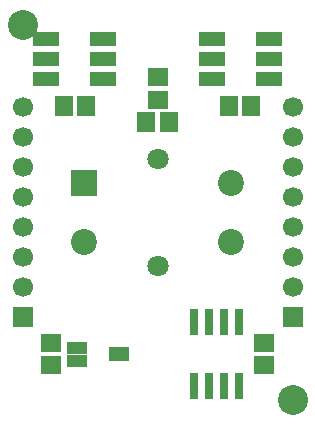
<source format=gts>
G04 DipTrace 3.0.0.2*
G04 iota.GTS*
%MOMM*%
G04 #@! TF.FileFunction,Soldermask,Top*
G04 #@! TF.Part,Single*
%ADD29C,2.54*%
%ADD33C,1.8*%
%ADD38C,1.2*%
%ADD40R,0.8X2.2*%
%ADD42R,2.2X1.3*%
%ADD44C,2.2*%
%ADD46R,2.2X2.2*%
%ADD48R,1.8X1.2*%
%ADD50R,1.8X1.0*%
%ADD52C,1.7*%
%ADD54R,1.7X1.7*%
%ADD56R,1.7X1.5*%
%ADD58R,1.5X1.7*%
%FSLAX35Y35*%
G04*
G71*
G90*
G75*
G01*
G04 TopMask*
%LPD*%
D58*
X1666129Y3615629D3*
X1476129D3*
X3066129D3*
X2876129D3*
D56*
X3171129Y1420629D3*
Y1610629D3*
X2271129Y3858629D3*
Y3668629D3*
D54*
X3414129Y1826629D3*
D52*
Y2080629D3*
Y2334629D3*
Y2588629D3*
Y2842629D3*
Y3096629D3*
Y3350629D3*
Y3604629D3*
D54*
X1128129Y1826629D3*
D52*
Y2080629D3*
Y2334629D3*
Y2588629D3*
Y2842629D3*
Y3096629D3*
Y3350629D3*
Y3604629D3*
D50*
X1593629Y1460629D3*
Y1570629D3*
D48*
X1948629Y1515629D3*
D56*
X1371129Y1420629D3*
Y1610629D3*
D58*
X2366379Y3477629D3*
X2176379D3*
D46*
X1646129Y2965629D3*
D44*
X2896129D3*
X1646129Y2465629D3*
X2896129D3*
D33*
X2271129Y3165629D3*
Y2265629D3*
D42*
X1331129Y4185629D3*
Y4015629D3*
Y3845629D3*
X1811129D3*
Y4015629D3*
Y4185629D3*
X2731129D3*
Y4015629D3*
Y3845629D3*
X3211129D3*
Y4015629D3*
Y4185629D3*
D40*
X2961629Y1785629D3*
X2834629D3*
X2707629D3*
X2580629D3*
Y1245629D3*
X2707629D3*
X2834629D3*
X2961629D3*
D29*
X3414129Y1128129D3*
D38*
D3*
D29*
X1128129Y4303129D3*
D38*
D3*
M02*

</source>
